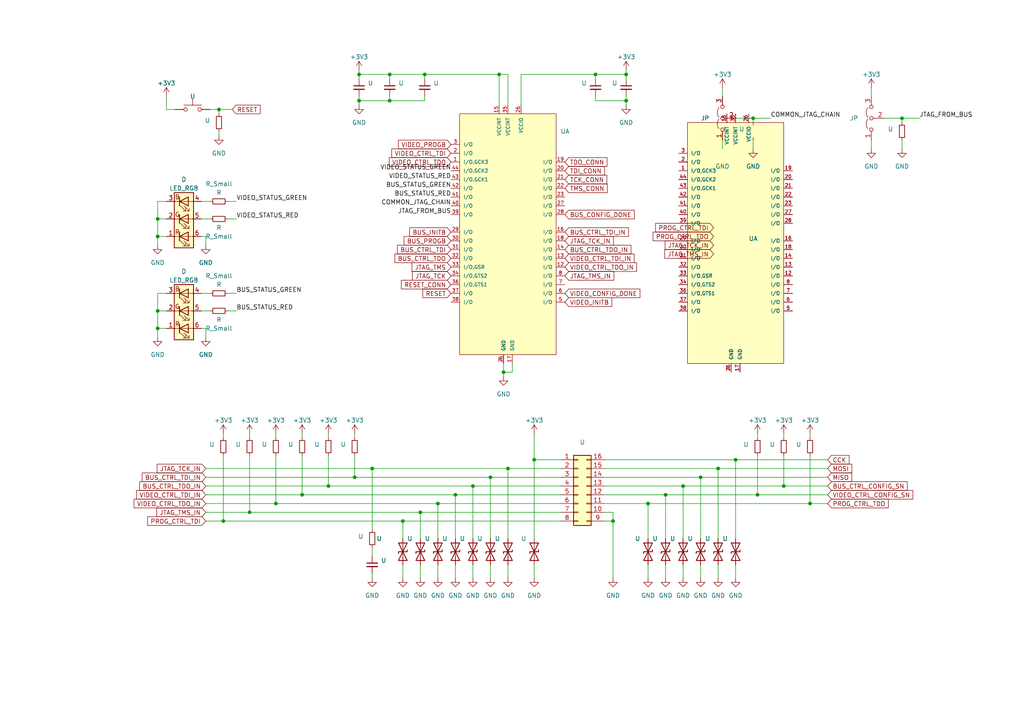
<source format=kicad_sch>
(kicad_sch (version 20220404) (generator eeschema)
  (paper "A4")
  (title_block (title "Programming interface") (date "2022-03-22") (rev "1"))
  (lib_symbols
    (symbol "Connector_Generic:Conn_02x08_Counter_Clockwise" (pin_names (offset 1.016) hide)
      (property "Reference" "J" (at 1.27 10.16 0))
      (property "Value" "Conn_02x08_Counter_Clockwise" (at 1.27 -12.7 0))
      (symbol "Conn_02x08_Counter_Clockwise_1_1"
        (rectangle (start -1.27 -10.033) (end 0 -10.287) (stroke (width 0.1524)))
        (rectangle (start -1.27 -7.493) (end 0 -7.747) (stroke (width 0.1524)))
        (rectangle (start -1.27 -4.953) (end 0 -5.207) (stroke (width 0.1524)))
        (rectangle (start -1.27 -2.413) (end 0 -2.667) (stroke (width 0.1524)))
        (rectangle (start -1.27 0.127) (end 0 -0.127) (stroke (width 0.1524)))
        (rectangle (start -1.27 2.667) (end 0 2.413) (stroke (width 0.1524)))
        (rectangle (start -1.27 5.207) (end 0 4.953) (stroke (width 0.1524)))
        (rectangle (start -1.27 7.747) (end 0 7.493) (stroke (width 0.1524)))
        (rectangle (start -1.27 8.89) (end 3.81 -11.43) (stroke (width 0.254)) (fill (type background)))
        (rectangle (start 3.81 -10.033) (end 2.54 -10.287) (stroke (width 0.1524)))
        (rectangle (start 3.81 -7.493) (end 2.54 -7.747) (stroke (width 0.1524)))
        (rectangle (start 3.81 -4.953) (end 2.54 -5.207) (stroke (width 0.1524)))
        (rectangle (start 3.81 -2.413) (end 2.54 -2.667) (stroke (width 0.1524)))
        (rectangle (start 3.81 0.127) (end 2.54 -0.127) (stroke (width 0.1524)))
        (rectangle (start 3.81 2.667) (end 2.54 2.413) (stroke (width 0.1524)))
        (rectangle (start 3.81 5.207) (end 2.54 4.953) (stroke (width 0.1524)))
        (rectangle (start 3.81 7.747) (end 2.54 7.493) (stroke (width 0.1524)))
        (pin passive line (at -5.08 7.62 0) (length 3.81) (name "Pin_1") (number "1"))
        (pin passive line (at 7.62 -7.62 180) (length 3.81) (name "Pin_10") (number "10"))
        (pin passive line (at 7.62 -5.08 180) (length 3.81) (name "Pin_11") (number "11"))
        (pin passive line (at 7.62 -2.54 180) (length 3.81) (name "Pin_12") (number "12"))
        (pin passive line (at 7.62 0 180) (length 3.81) (name "Pin_13") (number "13"))
        (pin passive line (at 7.62 2.54 180) (length 3.81) (name "Pin_14") (number "14"))
        (pin passive line (at 7.62 5.08 180) (length 3.81) (name "Pin_15") (number "15"))
        (pin passive line (at 7.62 7.62 180) (length 3.81) (name "Pin_16") (number "16"))
        (pin passive line (at -5.08 5.08 0) (length 3.81) (name "Pin_2") (number "2"))
        (pin passive line (at -5.08 2.54 0) (length 3.81) (name "Pin_3") (number "3"))
        (pin passive line (at -5.08 0 0) (length 3.81) (name "Pin_4") (number "4"))
        (pin passive line (at -5.08 -2.54 0) (length 3.81) (name "Pin_5") (number "5"))
        (pin passive line (at -5.08 -5.08 0) (length 3.81) (name "Pin_6") (number "6"))
        (pin passive line (at -5.08 -7.62 0) (length 3.81) (name "Pin_7") (number "7"))
        (pin passive line (at -5.08 -10.16 0) (length 3.81) (name "Pin_8") (number "8"))
        (pin passive line (at 7.62 -10.16 180) (length 3.81) (name "Pin_9") (number "9"))
      )
    )
    (symbol "Device:C_Small" (pin_numbers hide) (pin_names (offset 0.254) hide)
      (property "Reference" "C" (at 0.254 1.778 0))
      (property "Value" "C_Small" (at 0.254 -2.032 0))
      (symbol "C_Small_0_1"
        (polyline (pts (xy -1.524 -0.508) (xy 1.524 -0.508)) (stroke (width 0.3302)))
        (polyline (pts (xy -1.524 0.508) (xy 1.524 0.508)) (stroke (width 0.3048)))
      )
      (symbol "C_Small_1_1"
        (pin passive line (at 0 2.54 270) (length 2.032) (name "~") (number "1"))
        (pin passive line (at 0 -2.54 90) (length 2.032) (name "~") (number "2"))
      )
    )
    (symbol "Device:D_TVS" (pin_numbers hide) (pin_names (offset 1.016) hide)
      (property "Reference" "D" (at 0 2.54 0))
      (property "Value" "D_TVS" (at 0 -2.54 0))
      (symbol "D_TVS_0_1"
        (polyline (pts (xy 1.27 0) (xy -1.27 0)))
        (polyline (pts (xy 0.508 1.27) (xy 0 1.27) (xy 0 -1.27) (xy -0.508 -1.27)) (stroke (width 0.254)))
        (polyline (pts (xy -2.54 1.27) (xy -2.54 -1.27) (xy 2.54 1.27) (xy 2.54 -1.27) (xy -2.54 1.27)) (stroke (width 0.254)))
      )
      (symbol "D_TVS_1_1"
        (pin passive line (at -3.81 0 0) (length 2.54) (name "A1") (number "1"))
        (pin passive line (at 3.81 0 180) (length 2.54) (name "A2") (number "2"))
      )
    )
    (symbol "Device:LED_RGB" (pin_names (offset 0) hide)
      (property "Reference" "D" (at 0 9.398 0))
      (property "Value" "LED_RGB" (at 0 -8.89 0))
      (symbol "LED_RGB_0_0"
        (text "B" (at -1.905 -6.35 0) (effects (font (size 1.27 1.27))))
        (text "G" (at -1.905 -1.27 0) (effects (font (size 1.27 1.27))))
        (text "R" (at -1.905 3.81 0) (effects (font (size 1.27 1.27))))
      )
      (symbol "LED_RGB_0_1"
        (polyline (pts (xy -1.27 -5.08) (xy -2.54 -5.08)))
        (polyline (pts (xy -1.27 -5.08) (xy 1.27 -5.08)))
        (polyline (pts (xy -1.27 -3.81) (xy -1.27 -6.35)) (stroke (width 0.254)))
        (polyline (pts (xy -1.27 0) (xy -2.54 0)))
        (polyline (pts (xy -1.27 1.27) (xy -1.27 -1.27)) (stroke (width 0.254)))
        (polyline (pts (xy -1.27 5.08) (xy -2.54 5.08)))
        (polyline (pts (xy -1.27 5.08) (xy 1.27 5.08)))
        (polyline (pts (xy -1.27 6.35) (xy -1.27 3.81)) (stroke (width 0.254)))
        (polyline (pts (xy 1.27 -5.08) (xy 2.54 -5.08)))
        (polyline (pts (xy 1.27 0) (xy -1.27 0)))
        (polyline (pts (xy 1.27 0) (xy 2.54 0)))
        (polyline (pts (xy 1.27 5.08) (xy 2.54 5.08)))
        (polyline (pts (xy -1.27 1.27) (xy -1.27 -1.27) (xy -1.27 -1.27)))
        (polyline (pts (xy -1.27 6.35) (xy -1.27 3.81) (xy -1.27 3.81)))
        (polyline (pts (xy 1.27 -3.81) (xy 1.27 -6.35) (xy -1.27 -5.08) (xy 1.27 -3.81)) (stroke (width 0.254)))
        (polyline (pts (xy 1.27 1.27) (xy 1.27 -1.27) (xy -1.27 0) (xy 1.27 1.27)) (stroke (width 0.254)))
        (polyline (pts (xy 1.27 6.35) (xy 1.27 3.81) (xy -1.27 5.08) (xy 1.27 6.35)) (stroke (width 0.254)))
        (polyline (pts (xy -1.016 -3.81) (xy 0.508 -2.286) (xy -0.254 -2.286) (xy 0.508 -2.286) (xy 0.508 -3.048)))
        (polyline (pts (xy -1.016 1.27) (xy 0.508 2.794) (xy -0.254 2.794) (xy 0.508 2.794) (xy 0.508 2.032)))
        (polyline (pts (xy -1.016 6.35) (xy 0.508 7.874) (xy -0.254 7.874) (xy 0.508 7.874) (xy 0.508 7.112)))
        (polyline (pts (xy 0 -3.81) (xy 1.524 -2.286) (xy 0.762 -2.286) (xy 1.524 -2.286) (xy 1.524 -3.048)))
        (polyline (pts (xy 0 1.27) (xy 1.524 2.794) (xy 0.762 2.794) (xy 1.524 2.794) (xy 1.524 2.032)))
        (polyline (pts (xy 0 6.35) (xy 1.524 7.874) (xy 0.762 7.874) (xy 1.524 7.874) (xy 1.524 7.112)))
        (rectangle (start 1.27 -1.27) (end 1.27 1.27))
        (rectangle (start 1.27 1.27) (end 1.27 1.27))
        (rectangle (start 1.27 3.81) (end 1.27 6.35))
        (rectangle (start 1.27 6.35) (end 1.27 6.35))
        (rectangle (start 2.794 8.382) (end -2.794 -7.62) (stroke (width 0.254)) (fill (type background)))
      )
      (symbol "LED_RGB_1_1"
        (pin passive line (at -5.08 5.08 0) (length 2.54) (name "RK") (number "1"))
        (pin passive line (at -5.08 0 0) (length 2.54) (name "GK") (number "2"))
        (pin passive line (at -5.08 -5.08 0) (length 2.54) (name "BK") (number "3"))
        (pin passive line (at 5.08 -5.08 180) (length 2.54) (name "BA") (number "4"))
        (pin passive line (at 5.08 0 180) (length 2.54) (name "GA") (number "5"))
        (pin passive line (at 5.08 5.08 180) (length 2.54) (name "RA") (number "6"))
      )
    )
    (symbol "Device:R_Small" (pin_numbers hide) (pin_names (offset 0.254) hide)
      (property "Reference" "R" (at 0.762 0.508 0))
      (property "Value" "R_Small" (at 0.762 -1.016 0))
      (symbol "R_Small_0_1"
        (rectangle (start -0.762 1.778) (end 0.762 -1.778) (stroke (width 0.2032)))
      )
      (symbol "R_Small_1_1"
        (pin passive line (at 0 2.54 270) (length 0.762) (name "~") (number "1"))
        (pin passive line (at 0 -2.54 90) (length 0.762) (name "~") (number "2"))
      )
    )
    (symbol "Jumper:Jumper_3_Open" (pin_names (offset 0) hide)
      (property "Reference" "JP" (at -2.54 -2.54 0))
      (property "Value" "Jumper_3_Open" (at 0 2.794 0))
      (symbol "Jumper_3_Open_0_0"
        (circle (center -3.302 0) (radius 0.508))
        (circle (center 0 0) (radius 0.508))
        (circle (center 3.302 0) (radius 0.508))
      )
      (symbol "Jumper_3_Open_0_1"
        (arc (start -0.254 1.016) (mid -1.651 1.4992) (end -3.048 1.016))
        (polyline (pts (xy 0 -0.508) (xy 0 -1.27)))
        (arc (start 3.048 1.016) (mid 1.651 1.4992) (end 0.254 1.016))
      )
      (symbol "Jumper_3_Open_1_1"
        (pin passive line (at -6.35 0 0) (length 2.54) (name "A") (number "1"))
        (pin passive line (at 0 -3.81 90) (length 2.54) (name "C") (number "2"))
        (pin passive line (at 6.35 0 180) (length 2.54) (name "B") (number "3"))
      )
    )
    (symbol "Switch:SW_Push" (pin_numbers hide) (pin_names (offset 1.016) hide)
      (property "Reference" "SW" (at 1.27 2.54 0))
      (property "Value" "SW_Push" (at 0 -1.524 0))
      (symbol "SW_Push_0_1"
        (circle (center -2.032 0) (radius 0.508))
        (polyline (pts (xy 0 1.27) (xy 0 3.048)))
        (polyline (pts (xy 2.54 1.27) (xy -2.54 1.27)))
        (circle (center 2.032 0) (radius 0.508))
        (pin passive line (at -5.08 0 0) (length 2.54) (name "1") (number "1"))
        (pin passive line (at 5.08 0 180) (length 2.54) (name "2") (number "2"))
      )
    )
    (symbol "XC9572XL-4VQG44C:XC9572XL-10VQG44C" (pin_names (offset 1.016))
      (property "Reference" "U" (at -72.39 31.75 0))
      (property "Value" "XC9572XL-10VQG44C" (at -72.39 34.29 0))
      (symbol "XC9572XL-10VQG44C_1_1"
        (rectangle (start -13.97 34.29) (end 13.97 -35.56) (fill (type background)))
        (pin bidirectional line (at -16.51 20.32 0) (length 2.54) (name "I/O,GCK3") (number "1"))
        (pin bidirectional line (at 16.51 -10.16 180) (length 2.54) (name "I/O") (number "12"))
        (pin bidirectional line (at 16.51 -7.62 180) (length 2.54) (name "I/O") (number "13"))
        (pin bidirectional line (at 16.51 -5.08 180) (length 2.54) (name "I/O") (number "14"))
        (pin power_in line (at -2.54 36.83 270) (length 2.54) (name "VCCINT") (number "15"))
        (pin bidirectional line (at 16.51 0 180) (length 2.54) (name "I/O") (number "16"))
        (pin power_in line (at 1.27 -38.1 90) (length 2.54) (name "GND") (number "17"))
        (pin bidirectional line (at 16.51 -2.54 180) (length 2.54) (name "I/O") (number "18"))
        (pin bidirectional line (at 16.51 20.32 180) (length 2.54) (name "I/O") (number "19"))
        (pin bidirectional line (at -16.51 22.86 0) (length 2.54) (name "I/O") (number "2"))
        (pin bidirectional line (at 16.51 17.78 180) (length 2.54) (name "I/O") (number "20"))
        (pin bidirectional line (at 16.51 15.24 180) (length 2.54) (name "I/O") (number "21"))
        (pin bidirectional line (at 16.51 12.7 180) (length 2.54) (name "I/O") (number "22"))
        (pin bidirectional line (at 16.51 10.16 180) (length 2.54) (name "I/O") (number "23"))
        (pin power_in line (at -1.27 -38.1 90) (length 2.54) (name "GND") (number "25"))
        (pin power_in line (at 3.81 36.83 270) (length 2.54) (name "VCCIO") (number "26"))
        (pin bidirectional line (at 16.51 7.62 180) (length 2.54) (name "I/O") (number "27"))
        (pin bidirectional line (at 16.51 5.08 180) (length 2.54) (name "I/O") (number "28"))
        (pin bidirectional line (at -16.51 0 0) (length 2.54) (name "I/O") (number "29"))
        (pin bidirectional line (at -16.51 25.4 0) (length 2.54) (name "I/O") (number "3"))
        (pin bidirectional line (at -16.51 -2.54 0) (length 2.54) (name "I/O") (number "30"))
        (pin bidirectional line (at -16.51 -5.08 0) (length 2.54) (name "I/O") (number "31"))
        (pin bidirectional line (at -16.51 -7.62 0) (length 2.54) (name "I/O") (number "32"))
        (pin bidirectional line (at -16.51 -10.16 0) (length 2.54) (name "I/O,GSR") (number "33"))
        (pin bidirectional line (at -16.51 -12.7 0) (length 2.54) (name "I/O,GTS2") (number "34"))
        (pin power_in line (at 0 36.83 270) (length 2.54) (name "VCCINT") (number "35"))
        (pin bidirectional line (at -16.51 -15.24 0) (length 2.54) (name "I/O,GTS1") (number "36"))
        (pin bidirectional line (at -16.51 -17.78 0) (length 2.54) (name "I/O") (number "37"))
        (pin bidirectional line (at -16.51 -20.32 0) (length 2.54) (name "I/O") (number "38"))
        (pin bidirectional line (at -16.51 5.08 0) (length 2.54) (name "I/O") (number "39"))
        (pin power_in line (at -1.27 -38.1 90) (length 2.54) (name "GND") (number "4"))
        (pin bidirectional line (at -16.51 7.62 0) (length 2.54) (name "I/O") (number "40"))
        (pin bidirectional line (at -16.51 10.16 0) (length 2.54) (name "I/O") (number "41"))
        (pin bidirectional line (at -16.51 12.7 0) (length 2.54) (name "I/O") (number "42"))
        (pin bidirectional line (at -16.51 15.24 0) (length 2.54) (name "I/O,GCK1") (number "43"))
        (pin bidirectional line (at -16.51 17.78 0) (length 2.54) (name "I/O,GCK2") (number "44"))
        (pin bidirectional line (at 16.51 -20.32 180) (length 2.54) (name "I/O") (number "5"))
        (pin bidirectional line (at 16.51 -17.78 180) (length 2.54) (name "I/O") (number "6"))
        (pin bidirectional line (at 16.51 -15.24 180) (length 2.54) (name "I/O") (number "7"))
        (pin bidirectional line (at 16.51 -12.7 180) (length 2.54) (name "I/O") (number "8"))
      )
      (symbol "XC9572XL-10VQG44C_2_1"
        (rectangle (start -3.81 6.35) (end 2.54 -6.35) (stroke (width 0.1524)) (fill (type background)))
        (pin input line (at -6.35 -3.81 0) (length 2.54) (name "TMS") (number "10"))
        (pin input clock (at -6.35 -1.27 0) (length 2.54) (name "TCK") (number "11"))
        (pin output line (at -6.35 1.27 0) (length 2.54) (name "TDO") (number "24"))
        (pin input line (at -6.35 3.81 0) (length 2.54) (name "TDI") (number "9"))
      )
    )
    (symbol "power:+3V3" (power) (pin_names (offset 0))
      (property "Value" "+3V3" (at 0 3.556 0))
      (symbol "+3V3_0_1"
        (polyline (pts (xy -0.762 1.27) (xy 0 2.54)))
        (polyline (pts (xy 0 0) (xy 0 2.54)))
        (polyline (pts (xy 0 2.54) (xy 0.762 1.27)))
      )
      (symbol "+3V3_1_1"
        (pin power_in line (at 0 0 90) (length 0) hide (name "+3V3") (number "1"))
      )
    )
    (symbol "power:GND" (power) (pin_names (offset 0))
      (property "Value" "GND" (at 0 -3.81 0))
      (symbol "GND_0_1"
        (polyline (pts (xy 0 0) (xy 0 -1.27) (xy 1.27 -1.27) (xy 0 -2.54) (xy -1.27 -1.27) (xy 0 -1.27)))
      )
      (symbol "GND_1_1"
        (pin power_in line (at 0 0 270) (length 0) hide (name "GND") (number "1"))
      )
    )
  )
  (junction (at 187.96 146.05))
  (junction (at 234.95 146.05))
  (junction (at 123.19 21.59))
  (junction (at 172.72 21.59))
  (junction (at 45.72 90.17))
  (junction (at 113.03 21.59))
  (junction (at 107.95 135.89))
  (junction (at 137.16 140.97))
  (junction (at 181.61 21.59))
  (junction (at 208.28 135.89))
  (junction (at 102.87 138.43))
  (junction (at 181.61 29.21))
  (junction (at 132.08 143.51))
  (junction (at 154.94 133.35))
  (junction (at 261.62 34.29))
  (junction (at 147.32 135.89))
  (junction (at 144.78 21.59))
  (junction (at 104.14 29.21))
  (junction (at 113.03 29.21))
  (junction (at 63.5 31.75))
  (junction (at 80.01 146.05))
  (junction (at 219.71 143.51))
  (junction (at 218.44 34.29))
  (junction (at 177.8 151.13))
  (junction (at 95.25 140.97))
  (junction (at 45.72 63.5))
  (junction (at 198.12 140.97))
  (junction (at 116.84 151.13))
  (junction (at 87.63 143.51))
  (junction (at 104.14 21.59))
  (junction (at 193.04 143.51))
  (junction (at 64.77 151.13))
  (junction (at 127 146.05))
  (junction (at 72.39 148.59))
  (junction (at 146.05 107.95))
  (junction (at 213.36 133.35))
  (junction (at 45.72 68.58))
  (junction (at 121.92 148.59))
  (junction (at 203.2 138.43))
  (junction (at 227.33 140.97))
  (junction (at 45.72 95.25))
  (junction (at 142.24 138.43))
  (wire (pts (xy 64.77 132.08) (xy 64.77 151.13)))
  (wire (pts (xy 127 146.05) (xy 127 156.21)))
  (wire (pts (xy 193.04 163.83) (xy 193.04 167.64)))
  (wire (pts (xy 66.04 63.5) (xy 68.58 63.5)))
  (wire (pts (xy 144.78 21.59) (xy 123.19 21.59)))
  (wire (pts (xy 187.96 146.05) (xy 234.95 146.05)))
  (wire (pts (xy 142.24 138.43) (xy 142.24 156.21)))
  (wire (pts (xy 59.69 151.13) (xy 64.77 151.13)))
  (wire (pts (xy 208.28 135.89) (xy 175.26 135.89)))
  (wire (pts (xy 121.92 148.59) (xy 162.56 148.59)))
  (wire (pts (xy 147.32 135.89) (xy 147.32 156.21)))
  (wire (pts (xy 66.04 85.09) (xy 68.58 85.09)))
  (wire (pts (xy 256.54 34.29) (xy 261.62 34.29)))
  (wire (pts (xy 151.13 21.59) (xy 172.72 21.59)))
  (wire (pts (xy 234.95 132.08) (xy 234.95 146.05)))
  (wire (pts (xy 45.72 95.25) (xy 48.26 95.25)))
  (wire (pts (xy 107.95 166.37) (xy 107.95 167.64)))
  (wire (pts (xy 147.32 135.89) (xy 162.56 135.89)))
  (wire (pts (xy 102.87 138.43) (xy 142.24 138.43)))
  (wire (pts (xy 227.33 132.08) (xy 227.33 140.97)))
  (wire (pts (xy 113.03 21.59) (xy 104.14 21.59)))
  (wire (pts (xy 104.14 20.32) (xy 104.14 21.59)))
  (wire (pts (xy 177.8 151.13) (xy 177.8 167.64)))
  (wire (pts (xy 137.16 140.97) (xy 162.56 140.97)))
  (wire (pts (xy 59.69 68.58) (xy 58.42 68.58)))
  (wire (pts (xy 59.69 146.05) (xy 80.01 146.05)))
  (wire (pts (xy 142.24 163.83) (xy 142.24 167.64)))
  (wire (pts (xy 113.03 29.21) (xy 123.19 29.21)))
  (wire (pts (xy 102.87 132.08) (xy 102.87 138.43)))
  (wire (pts (xy 63.5 38.1) (xy 63.5 39.37)))
  (wire (pts (xy 104.14 21.59) (xy 104.14 22.86)))
  (wire (pts (xy 80.01 125.73) (xy 80.01 127)))
  (wire (pts (xy 175.26 138.43) (xy 203.2 138.43)))
  (wire (pts (xy 45.72 68.58) (xy 48.26 68.58)))
  (wire (pts (xy 59.69 97.79) (xy 59.69 95.25)))
  (wire (pts (xy 45.72 90.17) (xy 48.26 90.17)))
  (wire (pts (xy 223.52 34.29) (xy 218.44 34.29)))
  (wire (pts (xy 102.87 125.73) (xy 102.87 127)))
  (wire (pts (xy 209.55 40.64) (xy 209.55 43.18)))
  (wire (pts (xy 175.26 133.35) (xy 213.36 133.35)))
  (wire (pts (xy 113.03 27.94) (xy 113.03 29.21)))
  (wire (pts (xy 127 146.05) (xy 162.56 146.05)))
  (wire (pts (xy 58.42 90.17) (xy 60.96 90.17)))
  (wire (pts (xy 154.94 125.73) (xy 154.94 133.35)))
  (wire (pts (xy 127 163.83) (xy 127 167.64)))
  (wire (pts (xy 45.72 95.25) (xy 45.72 90.17)))
  (wire (pts (xy 234.95 125.73) (xy 234.95 127)))
  (wire (pts (xy 64.77 125.73) (xy 64.77 127)))
  (wire (pts (xy 64.77 151.13) (xy 116.84 151.13)))
  (wire (pts (xy 45.72 71.12) (xy 45.72 68.58)))
  (wire (pts (xy 72.39 132.08) (xy 72.39 148.59)))
  (wire (pts (xy 175.26 146.05) (xy 187.96 146.05)))
  (wire (pts (xy 193.04 143.51) (xy 219.71 143.51)))
  (wire (pts (xy 95.25 140.97) (xy 137.16 140.97)))
  (wire (pts (xy 240.03 135.89) (xy 208.28 135.89)))
  (wire (pts (xy 48.26 27.94) (xy 48.26 31.75)))
  (wire (pts (xy 45.72 63.5) (xy 45.72 58.42)))
  (wire (pts (xy 181.61 21.59) (xy 181.61 22.86)))
  (wire (pts (xy 181.61 20.32) (xy 181.61 21.59)))
  (wire (pts (xy 95.25 132.08) (xy 95.25 140.97)))
  (wire (pts (xy 123.19 21.59) (xy 113.03 21.59)))
  (wire (pts (xy 181.61 27.94) (xy 181.61 29.21)))
  (wire (pts (xy 151.13 30.48) (xy 151.13 21.59)))
  (wire (pts (xy 66.04 58.42) (xy 68.58 58.42)))
  (wire (pts (xy 121.92 163.83) (xy 121.92 167.64)))
  (wire (pts (xy 213.36 133.35) (xy 213.36 156.21)))
  (wire (pts (xy 266.7 34.29) (xy 261.62 34.29)))
  (wire (pts (xy 252.73 25.4) (xy 252.73 27.94)))
  (wire (pts (xy 80.01 132.08) (xy 80.01 146.05)))
  (wire (pts (xy 72.39 148.59) (xy 121.92 148.59)))
  (wire (pts (xy 252.73 40.64) (xy 252.73 43.18)))
  (wire (pts (xy 146.05 107.95) (xy 148.59 107.95)))
  (wire (pts (xy 87.63 143.51) (xy 132.08 143.51)))
  (wire (pts (xy 146.05 107.95) (xy 146.05 109.22)))
  (wire (pts (xy 59.69 143.51) (xy 87.63 143.51)))
  (wire (pts (xy 72.39 125.73) (xy 72.39 127)))
  (wire (pts (xy 45.72 63.5) (xy 48.26 63.5)))
  (wire (pts (xy 172.72 27.94) (xy 172.72 29.21)))
  (wire (pts (xy 227.33 125.73) (xy 227.33 127)))
  (wire (pts (xy 60.96 31.75) (xy 63.5 31.75)))
  (wire (pts (xy 45.72 85.09) (xy 48.26 85.09)))
  (wire (pts (xy 213.36 163.83) (xy 213.36 167.64)))
  (wire (pts (xy 132.08 143.51) (xy 162.56 143.51)))
  (wire (pts (xy 142.24 138.43) (xy 162.56 138.43)))
  (wire (pts (xy 107.95 135.89) (xy 147.32 135.89)))
  (wire (pts (xy 175.26 148.59) (xy 177.8 148.59)))
  (wire (pts (xy 146.05 105.41) (xy 146.05 107.95)))
  (wire (pts (xy 227.33 140.97) (xy 240.03 140.97)))
  (wire (pts (xy 154.94 133.35) (xy 162.56 133.35)))
  (wire (pts (xy 59.69 148.59) (xy 72.39 148.59)))
  (wire (pts (xy 104.14 27.94) (xy 104.14 29.21)))
  (wire (pts (xy 80.01 146.05) (xy 127 146.05)))
  (wire (pts (xy 59.69 140.97) (xy 95.25 140.97)))
  (wire (pts (xy 104.14 29.21) (xy 113.03 29.21)))
  (wire (pts (xy 240.03 138.43) (xy 203.2 138.43)))
  (wire (pts (xy 203.2 163.83) (xy 203.2 167.64)))
  (wire (pts (xy 261.62 34.29) (xy 261.62 35.56)))
  (wire (pts (xy 177.8 148.59) (xy 177.8 151.13)))
  (wire (pts (xy 172.72 21.59) (xy 172.72 22.86)))
  (wire (pts (xy 175.26 151.13) (xy 177.8 151.13)))
  (wire (pts (xy 113.03 21.59) (xy 113.03 22.86)))
  (wire (pts (xy 147.32 163.83) (xy 147.32 167.64)))
  (wire (pts (xy 58.42 85.09) (xy 60.96 85.09)))
  (wire (pts (xy 234.95 146.05) (xy 240.03 146.05)))
  (wire (pts (xy 137.16 163.83) (xy 137.16 167.64)))
  (wire (pts (xy 261.62 40.64) (xy 261.62 43.18)))
  (wire (pts (xy 198.12 140.97) (xy 198.12 156.21)))
  (wire (pts (xy 123.19 21.59) (xy 123.19 22.86)))
  (wire (pts (xy 45.72 58.42) (xy 48.26 58.42)))
  (wire (pts (xy 63.5 31.75) (xy 67.31 31.75)))
  (wire (pts (xy 48.26 31.75) (xy 50.8 31.75)))
  (wire (pts (xy 63.5 33.02) (xy 63.5 31.75)))
  (wire (pts (xy 137.16 140.97) (xy 137.16 156.21)))
  (wire (pts (xy 218.44 40.64) (xy 218.44 43.18)))
  (wire (pts (xy 45.72 68.58) (xy 45.72 63.5)))
  (wire (pts (xy 45.72 97.79) (xy 45.72 95.25)))
  (wire (pts (xy 172.72 21.59) (xy 181.61 21.59)))
  (wire (pts (xy 213.36 34.29) (xy 218.44 34.29)))
  (wire (pts (xy 209.55 25.4) (xy 209.55 27.94)))
  (wire (pts (xy 132.08 143.51) (xy 132.08 156.21)))
  (wire (pts (xy 175.26 140.97) (xy 198.12 140.97)))
  (wire (pts (xy 147.32 30.48) (xy 147.32 21.59)))
  (wire (pts (xy 87.63 125.73) (xy 87.63 127)))
  (wire (pts (xy 59.69 71.12) (xy 59.69 68.58)))
  (wire (pts (xy 218.44 34.29) (xy 218.44 35.56)))
  (wire (pts (xy 59.69 95.25) (xy 58.42 95.25)))
  (wire (pts (xy 213.36 133.35) (xy 240.03 133.35)))
  (wire (pts (xy 116.84 156.21) (xy 116.84 151.13)))
  (wire (pts (xy 219.71 125.73) (xy 219.71 127)))
  (wire (pts (xy 175.26 143.51) (xy 193.04 143.51)))
  (wire (pts (xy 45.72 90.17) (xy 45.72 85.09)))
  (wire (pts (xy 107.95 158.75) (xy 107.95 161.29)))
  (wire (pts (xy 121.92 148.59) (xy 121.92 156.21)))
  (wire (pts (xy 95.25 125.73) (xy 95.25 127)))
  (wire (pts (xy 59.69 135.89) (xy 107.95 135.89)))
  (wire (pts (xy 147.32 21.59) (xy 144.78 21.59)))
  (wire (pts (xy 107.95 135.89) (xy 107.95 153.67)))
  (wire (pts (xy 59.69 138.43) (xy 102.87 138.43)))
  (wire (pts (xy 104.14 29.21) (xy 104.14 30.48)))
  (wire (pts (xy 58.42 63.5) (xy 60.96 63.5)))
  (wire (pts (xy 87.63 132.08) (xy 87.63 143.51)))
  (wire (pts (xy 58.42 58.42) (xy 60.96 58.42)))
  (wire (pts (xy 154.94 133.35) (xy 154.94 156.21)))
  (wire (pts (xy 198.12 140.97) (xy 227.33 140.97)))
  (wire (pts (xy 187.96 146.05) (xy 187.96 156.21)))
  (wire (pts (xy 219.71 143.51) (xy 240.03 143.51)))
  (wire (pts (xy 172.72 29.21) (xy 181.61 29.21)))
  (wire (pts (xy 193.04 143.51) (xy 193.04 156.21)))
  (wire (pts (xy 219.71 132.08) (xy 219.71 143.51)))
  (wire (pts (xy 116.84 151.13) (xy 162.56 151.13)))
  (wire (pts (xy 154.94 163.83) (xy 154.94 167.64)))
  (wire (pts (xy 181.61 29.21) (xy 181.61 30.48)))
  (wire (pts (xy 203.2 138.43) (xy 203.2 156.21)))
  (wire (pts (xy 144.78 30.48) (xy 144.78 21.59)))
  (wire (pts (xy 208.28 163.83) (xy 208.28 167.64)))
  (wire (pts (xy 123.19 27.94) (xy 123.19 29.21)))
  (wire (pts (xy 208.28 135.89) (xy 208.28 156.21)))
  (wire (pts (xy 116.84 163.83) (xy 116.84 167.64)))
  (wire (pts (xy 198.12 163.83) (xy 198.12 167.64)))
  (wire (pts (xy 148.59 105.41) (xy 148.59 107.95)))
  (wire (pts (xy 66.04 90.17) (xy 68.58 90.17)))
  (wire (pts (xy 132.08 163.83) (xy 132.08 167.64)))
  (wire (pts (xy 187.96 163.83) (xy 187.96 167.64)))
  (label "VIDEO_STATUS_GREEN" (at 68.58 58.42 0))
  (label "BUS_STATUS_RED" (at 130.81 57.15 0))
  (label "JTAG_FROM_BUS" (at 130.81 62.23 0))
  (label "BUS_STATUS_GREEN" (at 68.58 85.09 0))
  (label "BUS_STATUS_RED" (at 68.58 90.17 0))
  (label "COMMON_JTAG_CHAIN" (at 130.81 59.69 0))
  (label "BUS_STATUS_GREEN" (at 130.81 54.61 0))
  (label "COMMON_JTAG_CHAIN" (at 223.52 34.29 0))
  (label "VIDEO_STATUS_RED" (at 130.81 52.07 0))
  (label "JTAG_FROM_BUS" (at 266.7 34.29 0))
  (label "VIDEO_STATUS_GREEN" (at 130.81 49.53 0))
  (label "VIDEO_STATUS_RED" (at 68.58 63.5 0))
  (global_label "VIDEO_CTRL_TDI" (shape input) (at 130.81 44.45 180) (property "Intersheetrefs" "${INTERSHEET_REFS}" (at 113.2117 44.45 0) (effects (justify right))))
  (global_label "BUS_CONFIG_DONE" (shape input) (at 163.83 62.23 0) (property "Intersheet References" "${INTERSHEET_REFS}" (at 176.1612 62.3094 0) (effects (justify left))))
  (global_label "PROG_CTRL_TDI" (shape input) (at 59.69 151.13 180) (property "Intersheetrefs" "${INTERSHEET_REFS}" (at 42.3941 151.13 0) (effects (justify right))))
  (global_label "VIDEO_CTRL_TDI_IN" (shape input) (at 163.83 74.93 0) (property "Intersheetrefs" "${INTERSHEET_REFS}" (at 184.3312 74.93 0) (effects (justify left))))
  (global_label "JTAG_TMS_IN" (shape input) (at 207.01 73.66 180) (property "Intersheetrefs" "${INTERSHEET_REFS}" (at 192.3751 73.66 0) (effects (justify right))))
  (global_label "BUS_CTRL_TDI_IN" (shape input) (at 59.69 138.43 180) (property "Intersheetrefs" "${INTERSHEET_REFS}" (at 40.8217 138.43 0) (effects (justify right))))
  (global_label "VIDEO_CTRL_TDO_IN" (shape input) (at 59.69 146.05 180) (property "Intersheetrefs" "${INTERSHEET_REFS}" (at 38.4631 146.05 0) (effects (justify right))))
  (global_label "BUS_CTRL_TDO_IN" (shape input) (at 163.83 72.39 0) (property "Intersheetrefs" "${INTERSHEET_REFS}" (at 183.424 72.39 0) (effects (justify left))))
  (global_label "VIDEO_PROGB" (shape input) (at 130.81 41.91 180) (property "Intersheetrefs" "${INTERSHEET_REFS}" (at 115.1469 41.91 0) (effects (justify right))))
  (global_label "VIDEO_CTRL_CONFIG_SN" (shape input) (at 240.03 143.51 0) (property "Intersheetrefs" "${INTERSHEET_REFS}" (at 265.1879 143.51 0) (effects (justify left))))
  (global_label "VIDEO_INITB" (shape input) (at 163.83 87.63 0) (property "Intersheetrefs" "${INTERSHEET_REFS}" (at 177.8603 87.63 0) (effects (justify left))))
  (global_label "VIDEO_CTRL_TDI_IN" (shape input) (at 59.69 143.51 180) (property "Intersheetrefs" "${INTERSHEET_REFS}" (at 39.1888 143.51 0) (effects (justify right))))
  (global_label "RESET" (shape input) (at 67.31 31.75 0) (property "Intersheetrefs" "${INTERSHEET_REFS}" (at 75.8972 31.75 0) (effects (justify left))))
  (global_label "BUS_CTRL_TDI" (shape input) (at 130.81 72.39 180) (property "Intersheetrefs" "${INTERSHEET_REFS}" (at 114.8446 72.39 0) (effects (justify right))))
  (global_label "TDI_CONN" (shape input) (at 163.83 49.53 0) (property "Intersheet References" "${INTERSHEET_REFS}" (at 176.1612 49.4506 0) (effects (justify left))))
  (global_label "JTAG_TMS_IN" (shape input) (at 59.69 148.59 180) (property "Intersheetrefs" "${INTERSHEET_REFS}" (at 45.0551 148.59 0) (effects (justify right))))
  (global_label "JTAG_TCK" (shape input) (at 130.81 80.01 180) (property "Intersheetrefs" "${INTERSHEET_REFS}" (at 119.1989 80.01 0) (effects (justify right))))
  (global_label "BUS_CTRL_TDI_IN" (shape input) (at 163.83 67.31 0) (property "Intersheetrefs" "${INTERSHEET_REFS}" (at 182.6983 67.31 0) (effects (justify left))))
  (global_label "CCK" (shape input) (at 240.03 133.35 0) (property "Intersheetrefs" "${INTERSHEET_REFS}" (at 246.6821 133.35 0) (effects (justify left))))
  (global_label "PROG_CTRL_TDO" (shape input) (at 240.03 146.05 0) (property "Intersheetrefs" "${INTERSHEET_REFS}" (at 258.0516 146.05 0) (effects (justify left))))
  (global_label "BUS_INITB" (shape input) (at 130.81 67.31 180) (property "Intersheet References" "${INTERSHEET_REFS}" (at 118.4788 67.3894 0) (effects (justify right))))
  (global_label "JTAG_TCK_IN" (shape input) (at 163.83 69.85 0) (property "Intersheetrefs" "${INTERSHEET_REFS}" (at 178.344 69.85 0) (effects (justify left))))
  (global_label "MOSI" (shape input) (at 240.03 135.89 0) (property "Intersheetrefs" "${INTERSHEET_REFS}" (at 246.38 135.89 0) (effects (justify left))))
  (global_label "MISO" (shape input) (at 240.03 138.43 0) (property "Intersheetrefs" "${INTERSHEET_REFS}" (at 246.38 138.43 0) (effects (justify left))))
  (global_label "BUS_PROGB" (shape input) (at 130.81 69.85 180) (property "Intersheet References" "${INTERSHEET_REFS}" (at 118.4788 69.9294 0) (effects (justify right))))
  (global_label "VIDEO_CONFIG_DONE" (shape input) (at 163.83 85.09 0) (property "Intersheetrefs" "${INTERSHEET_REFS}" (at 186.0246 85.09 0) (effects (justify left))))
  (global_label "JTAG_TCK_IN" (shape input) (at 59.69 135.89 180) (property "Intersheetrefs" "${INTERSHEET_REFS}" (at 45.176 135.89 0) (effects (justify right))))
  (global_label "JTAG_TMS" (shape input) (at 130.81 77.47 180) (property "Intersheetrefs" "${INTERSHEET_REFS}" (at 119.078 77.47 0) (effects (justify right))))
  (global_label "PROG_CTRL_TDO" (shape input) (at 207.01 68.58 180) (property "Intersheetrefs" "${INTERSHEET_REFS}" (at 188.9884 68.58 0) (effects (justify right))))
  (global_label "BUS_CTRL_CONFIG_SN" (shape input) (at 240.03 140.97 0) (property "Intersheetrefs" "${INTERSHEET_REFS}" (at 263.555 140.97 0) (effects (justify left))))
  (global_label "TMS_CONN" (shape input) (at 163.83 54.61 0) (property "Intersheet References" "${INTERSHEET_REFS}" (at 176.1612 54.6894 0) (effects (justify left))))
  (global_label "TCK_CONN" (shape input) (at 163.83 52.07 0) (property "Intersheet References" "${INTERSHEET_REFS}" (at 176.1612 52.1494 0) (effects (justify left))))
  (global_label "JTAG_TCK_IN" (shape input) (at 207.01 71.12 180) (property "Intersheetrefs" "${INTERSHEET_REFS}" (at 192.496 71.12 0) (effects (justify right))))
  (global_label "JTAG_TMS_IN" (shape input) (at 163.83 80.01 0) (property "Intersheetrefs" "${INTERSHEET_REFS}" (at 178.4649 80.01 0) (effects (justify left))))
  (global_label "VIDEO_CTRL_TDO_IN" (shape input) (at 163.83 77.47 0) (property "Intersheetrefs" "${INTERSHEET_REFS}" (at 185.0569 77.47 0) (effects (justify left))))
  (global_label "RESET" (shape input) (at 130.81 85.09 180) (property "Intersheetrefs" "${INTERSHEET_REFS}" (at 122.2228 85.09 0) (effects (justify right))))
  (global_label "BUS_CTRL_TDO_IN" (shape input) (at 59.69 140.97 180) (property "Intersheetrefs" "${INTERSHEET_REFS}" (at 40.096 140.97 0) (effects (justify right))))
  (global_label "PROG_CTRL_TDI" (shape input) (at 207.01 66.04 180) (property "Intersheetrefs" "${INTERSHEET_REFS}" (at 189.7141 66.04 0) (effects (justify right))))
  (global_label "BUS_CTRL_TDO" (shape input) (at 130.81 74.93 180) (property "Intersheetrefs" "${INTERSHEET_REFS}" (at 114.1189 74.93 0) (effects (justify right))))
  (global_label "VIDEO_CTRL_TDO" (shape input) (at 130.81 46.99 180) (property "Intersheetrefs" "${INTERSHEET_REFS}" (at 112.486 46.99 0) (effects (justify right))))
  (global_label "RESET_CONN" (shape input) (at 130.81 82.55 180) (property "Intersheet References" "${INTERSHEET_REFS}" (at 118.4788 82.6294 0) (effects (justify right))))
  (global_label "TDO_CONN" (shape input) (at 163.83 46.99 0) (property "Intersheet References" "${INTERSHEET_REFS}" (at 176.1612 46.9106 0) (effects (justify left))))
  (symbol (lib_id "Device:R_Small") (at 218.44 38.1 0) (mirror y) (unit 1)
    (default_instance (reference "U") (unit 1) (value "") (footprint ""))
    (property "Reference" "U" (at 215.9 37.465 0) (effects (justify left)))
    (property "Part Number" "RC0603JR-0710KL" (effects hide))
  )
  (symbol (lib_id "power:GND") (at 177.8 167.64 0) (mirror y) (unit 1)
    (default_instance (reference "U") (unit 1) (value "") (footprint ""))
    (property "Reference" "U" (effects hide))
  )
  (symbol (lib_id "Device:D_TVS") (at 198.12 160.02 270) (mirror x) (unit 1)
    (default_instance (reference "U") (unit 1) (value "") (footprint ""))
    (property "Reference" "U" (at 194.31 156.21 90) (effects (justify left)))
    (property "Part Number" "82356240030" (effects hide))
  )
  (symbol (lib_id "Device:R_Small") (at 227.33 129.54 0) (mirror y) (unit 1)
    (default_instance (reference "U") (unit 1) (value "") (footprint ""))
    (property "Reference" "U" (at 224.79 128.905 0) (effects (justify left)))
    (property "Part Number" "RC0603JR-0710KL" (effects hide))
  )
  (symbol (lib_id "power:GND") (at 154.94 167.64 0) (mirror y) (unit 1)
    (default_instance (reference "U") (unit 1) (value "") (footprint ""))
    (property "Reference" "U" (effects hide))
  )
  (symbol (lib_id "power:GND") (at 193.04 167.64 0) (mirror y) (unit 1)
    (default_instance (reference "U") (unit 1) (value "") (footprint ""))
    (property "Reference" "U" (effects hide))
  )
  (symbol (lib_id "Device:R_Small") (at 234.95 129.54 0) (mirror y) (unit 1)
    (default_instance (reference "U") (unit 1) (value "") (footprint ""))
    (property "Reference" "U" (at 232.41 128.905 0) (effects (justify left)))
    (property "Part Number" "RC0603JR-0710KL" (effects hide))
  )
  (symbol (lib_id "power:GND") (at 63.5 39.37 0) (mirror y) (unit 1)
    (default_instance (reference "U") (unit 1) (value "") (footprint ""))
    (property "Reference" "U" (effects hide))
  )
  (symbol (lib_id "Device:R_Small") (at 107.95 156.21 0) (mirror y) (unit 1)
    (default_instance (reference "U") (unit 1) (value "") (footprint ""))
    (property "Reference" "U" (at 105.41 155.575 0) (effects (justify left)))
    (property "Part Number" "RC0603JR-0710KL" (effects hide))
  )
  (symbol (lib_id "power:GND") (at 147.32 167.64 0) (mirror y) (unit 1)
    (default_instance (reference "U") (unit 1) (value "") (footprint ""))
    (property "Reference" "U" (effects hide))
  )
  (symbol (lib_id "Device:D_TVS") (at 208.28 160.02 270) (mirror x) (unit 1)
    (default_instance (reference "U") (unit 1) (value "") (footprint ""))
    (property "Reference" "U" (at 204.47 156.21 90) (effects (justify left)))
    (property "Part Number" "82356240030" (effects hide))
  )
  (symbol (lib_id "Device:R_Small") (at 87.63 129.54 0) (mirror y) (unit 1)
    (default_instance (reference "U") (unit 1) (value "") (footprint ""))
    (property "Reference" "U" (at 85.09 128.905 0) (effects (justify left)))
    (property "Part Number" "RC0603JR-0710KL" (effects hide))
  )
  (symbol (lib_id "power:GND") (at 203.2 167.64 0) (mirror y) (unit 1)
    (default_instance (reference "U") (unit 1) (value "") (footprint ""))
    (property "Reference" "U" (effects hide))
  )
  (symbol (lib_id "power:GND") (at 107.95 167.64 0) (mirror y) (unit 1)
    (default_instance (reference "U") (unit 1) (value "") (footprint ""))
    (property "Reference" "U" (effects hide))
  )
  (symbol (lib_id "XC9572XL-4VQG44C:XC9572XL-10VQG44C") (at 213.36 69.85 0) (unit 1)
    (default_instance (reference "U") (unit 1) (value "") (footprint ""))
    (property "Reference" "U" (at 217.17 69.215 0) (effects (justify left)))
    (property "Code  JEDEC" "MS-026-ACB" (effects hide))
    (property "Datasheet Version" "ver2.0 Apr-2007" (effects hide))
    (property "Package Description" "44-Pin Very Thin Quad Flat Pack (VQG44) - Pb-Free" (effects hide))
    (property "Package Version" "ver1.2, Jun-2004" (effects hide))
    (property "category" "IC" (effects hide))
    (property "ciiva ids" "970616" (effects hide))
    (property "library id" "e2abb00c52b76a42" (effects hide))
    (property "manufacturer" "Xilinx" (effects hide))
    (property "package" "VQG44" (effects hide))
    (property "release date" "1305621170" (effects hide))
    (property "vault revision" "5AC121AD-A098-49BA-BAC2-5B8503A8A1A7" (effects hide))
    (property "imported" "yes" (effects hide))
  )
  (symbol (lib_id "Connector_Generic:Conn_02x08_Counter_Clockwise") (at 167.64 140.97 0) (unit 1)
    (default_instance (reference "U") (unit 1) (value "") (footprint ""))
    (property "Reference" "U" (at 168.91 128.27 0))
  )
  (symbol (lib_id "Device:D_TVS") (at 203.2 160.02 270) (mirror x) (unit 1)
    (default_instance (reference "U") (unit 1) (value "") (footprint ""))
    (property "Reference" "U" (at 199.39 156.21 90) (effects (justify left)))
    (property "Part Number" "82356240030" (effects hide))
  )
  (symbol (lib_id "power:GND") (at 127 167.64 0) (mirror y) (unit 1)
    (default_instance (reference "U") (unit 1) (value "") (footprint ""))
    (property "Reference" "U" (effects hide))
  )
  (symbol (lib_id "Device:R_Small") (at 63.5 85.09 90) (mirror x) (unit 1)
    (default_instance (reference "R") (unit 1) (value "R_Small") (footprint ""))
    (property "Reference" "R" (at 63.5 82.55 90))
    (property "Value" "R_Small" (at 63.5 80.01 90))
    (property "Part Number" "CR0603-FX-60R4ELF" (effects hide))
  )
  (symbol (lib_id "power:GND") (at 213.36 167.64 0) (mirror y) (unit 1)
    (default_instance (reference "U") (unit 1) (value "") (footprint ""))
    (property "Reference" "U" (effects hide))
  )
  (symbol (lib_id "power:+3V3") (at 64.77 125.73 0) (mirror y) (unit 1)
    (default_instance (reference "U") (unit 1) (value "") (footprint ""))
    (property "Reference" "U" (effects hide))
  )
  (symbol (lib_id "power:GND") (at 59.69 97.79 0) (mirror y) (unit 1)
    (default_instance (reference "U") (unit 1) (value "") (footprint ""))
    (property "Reference" "U" (effects hide))
  )
  (symbol (lib_id "power:+3V3") (at 181.61 20.32 0) (unit 1)
    (default_instance (reference "U") (unit 1) (value "") (footprint ""))
    (property "Reference" "U" (effects hide))
  )
  (symbol (lib_id "power:GND") (at 116.84 167.64 0) (mirror y) (unit 1)
    (default_instance (reference "U") (unit 1) (value "") (footprint ""))
    (property "Reference" "U" (effects hide))
  )
  (symbol (lib_id "Device:R_Small") (at 261.62 38.1 0) (mirror y) (unit 1)
    (default_instance (reference "U") (unit 1) (value "") (footprint ""))
    (property "Reference" "U" (at 259.08 37.465 0) (effects (justify left)))
    (property "Part Number" "RC0603JR-0710KL" (effects hide))
  )
  (symbol (lib_id "power:+3V3") (at 209.55 25.4 0) (unit 1)
    (default_instance (reference "U") (unit 1) (value "") (footprint ""))
    (property "Reference" "U" (effects hide))
  )
  (symbol (lib_id "power:GND") (at 45.72 71.12 0) (mirror y) (unit 1)
    (default_instance (reference "U") (unit 1) (value "") (footprint ""))
    (property "Reference" "U" (effects hide))
  )
  (symbol (lib_id "Device:D_TVS") (at 137.16 160.02 270) (mirror x) (unit 1)
    (default_instance (reference "U") (unit 1) (value "") (footprint ""))
    (property "Reference" "U" (at 133.35 156.21 90) (effects (justify left)))
    (property "Part Number" "82356240030" (effects hide))
  )
  (symbol (lib_id "Device:D_TVS") (at 193.04 160.02 270) (mirror x) (unit 1)
    (default_instance (reference "U") (unit 1) (value "") (footprint ""))
    (property "Reference" "U" (at 189.23 156.21 90) (effects (justify left)))
    (property "Part Number" "82356240030" (effects hide))
  )
  (symbol (lib_id "Device:C_Small") (at 113.03 25.4 0) (unit 1)
    (default_instance (reference "U") (unit 1) (value "") (footprint ""))
    (property "Reference" "U" (at 115.57 24.13 0) (effects (justify left)))
    (property "Part Number" "EMK107B7104KA-T" (effects hide))
  )
  (symbol (lib_id "Device:D_TVS") (at 154.94 160.02 270) (mirror x) (unit 1)
    (default_instance (reference "U") (unit 1) (value "") (footprint ""))
    (property "Reference" "U" (at 151.13 156.21 90) (effects (justify left)))
    (property "Part Number" "82356240030" (effects hide))
  )
  (symbol (lib_id "power:GND") (at 121.92 167.64 0) (mirror y) (unit 1)
    (default_instance (reference "U") (unit 1) (value "") (footprint ""))
    (property "Reference" "U" (effects hide))
  )
  (symbol (lib_id "power:+3V3") (at 252.73 25.4 0) (unit 1)
    (default_instance (reference "U") (unit 1) (value "") (footprint ""))
    (property "Reference" "U" (effects hide))
  )
  (symbol (lib_id "power:+3V3") (at 87.63 125.73 0) (mirror y) (unit 1)
    (default_instance (reference "U") (unit 1) (value "") (footprint ""))
    (property "Reference" "U" (effects hide))
  )
  (symbol (lib_id "Device:R_Small") (at 72.39 129.54 0) (mirror y) (unit 1)
    (default_instance (reference "U") (unit 1) (value "") (footprint ""))
    (property "Reference" "U" (at 69.85 128.905 0) (effects (justify left)))
    (property "Part Number" "RC0603JR-0710KL" (effects hide))
  )
  (symbol (lib_id "Device:R_Small") (at 95.25 129.54 0) (mirror y) (unit 1)
    (default_instance (reference "U") (unit 1) (value "") (footprint ""))
    (property "Reference" "U" (at 92.71 128.905 0) (effects (justify left)))
    (property "Part Number" "RC0603JR-0710KL" (effects hide))
  )
  (symbol (lib_id "power:GND") (at 198.12 167.64 0) (mirror y) (unit 1)
    (default_instance (reference "U") (unit 1) (value "") (footprint ""))
    (property "Reference" "U" (effects hide))
  )
  (symbol (lib_id "power:GND") (at 187.96 167.64 0) (mirror y) (unit 1)
    (default_instance (reference "U") (unit 1) (value "") (footprint ""))
    (property "Reference" "U" (effects hide))
  )
  (symbol (lib_id "Device:C_Small") (at 104.14 25.4 0) (unit 1)
    (default_instance (reference "U") (unit 1) (value "") (footprint ""))
    (property "Reference" "U" (at 106.68 24.13 0) (effects (justify left)))
    (property "Part Number" "885012207022" (effects hide))
  )
  (symbol (lib_id "Device:D_TVS") (at 142.24 160.02 270) (mirror x) (unit 1)
    (default_instance (reference "U") (unit 1) (value "") (footprint ""))
    (property "Reference" "U" (at 138.43 156.21 90) (effects (justify left)))
    (property "Part Number" "82356240030" (effects hide))
  )
  (symbol (lib_id "XC9572XL-4VQG44C:XC9572XL-10VQG44C") (at 147.32 67.31 0) (unit 1)
    (default_instance (reference "U") (unit 1) (value "") (footprint ""))
    (property "Reference" "U" (at 162.56 38.1 0) (effects (justify left)))
    (property "Code  JEDEC" "MS-026-ACB" (effects hide))
    (property "Datasheet Version" "ver2.0 Apr-2007" (effects hide))
    (property "Package Description" "44-Pin Very Thin Quad Flat Pack (VQG44) - Pb-Free" (effects hide))
    (property "Package Version" "ver1.2, Jun-2004" (effects hide))
    (property "category" "IC" (effects hide))
    (property "ciiva ids" "970616" (effects hide))
    (property "library id" "e2abb00c52b76a42" (effects hide))
    (property "manufacturer" "Xilinx" (effects hide))
    (property "package" "VQG44" (effects hide))
    (property "release date" "1305621170" (effects hide))
    (property "vault revision" "5AC121AD-A098-49BA-BAC2-5B8503A8A1A7" (effects hide))
    (property "imported" "yes" (effects hide))
  )
  (symbol (lib_id "Device:D_TVS") (at 127 160.02 270) (mirror x) (unit 1)
    (default_instance (reference "U") (unit 1) (value "") (footprint ""))
    (property "Reference" "U" (at 123.19 156.21 90) (effects (justify left)))
    (property "Part Number" "82356240030" (effects hide))
  )
  (symbol (lib_id "power:+3V3") (at 80.01 125.73 0) (mirror y) (unit 1)
    (default_instance (reference "U") (unit 1) (value "") (footprint ""))
    (property "Reference" "U" (effects hide))
  )
  (symbol (lib_id "Device:D_TVS") (at 132.08 160.02 270) (mirror x) (unit 1)
    (default_instance (reference "U") (unit 1) (value "") (footprint ""))
    (property "Reference" "U" (at 128.27 156.21 90) (effects (justify left)))
    (property "Part Number" "82356240030" (effects hide))
  )
  (symbol (lib_id "power:+3V3") (at 95.25 125.73 0) (mirror y) (unit 1)
    (default_instance (reference "U") (unit 1) (value "") (footprint ""))
    (property "Reference" "U" (effects hide))
  )
  (symbol (lib_id "Device:C_Small") (at 181.61 25.4 0) (mirror y) (unit 1)
    (default_instance (reference "U") (unit 1) (value "") (footprint ""))
    (property "Reference" "U" (at 179.07 24.13 0) (effects (justify left)))
    (property "Part Number" "885012207022" (effects hide))
  )
  (symbol (lib_id "Device:C_Small") (at 107.95 163.83 0) (unit 1)
    (default_instance (reference "U") (unit 1) (value "") (footprint ""))
    (property "Reference" "U" (at 110.49 162.56 0) (effects (justify left)))
    (property "Part Number" "C0402C101J5RACTU" (effects hide))
  )
  (symbol (lib_id "Device:LED_RGB") (at 53.34 63.5 0) (mirror x) (unit 1)
    (default_instance (reference "D") (unit 1) (value "LED_RGB") (footprint ""))
    (property "Reference" "D" (at 53.34 52.07 0))
    (property "Value" "LED_RGB" (at 53.34 54.61 0))
    (property "Part Number" "CLX6F-FKC-CNP1ST1E1BB7D3D3" (effects hide))
  )
  (symbol (lib_id "power:+3V3") (at 154.94 125.73 0) (mirror y) (unit 1)
    (default_instance (reference "U") (unit 1) (value "") (footprint ""))
    (property "Reference" "U" (effects hide))
  )
  (symbol (lib_id "Device:R_Small") (at 63.5 35.56 0) (mirror y) (unit 1)
    (default_instance (reference "U") (unit 1) (value "") (footprint ""))
    (property "Reference" "U" (at 60.96 34.925 0) (effects (justify left)))
    (property "Part Number" "RC0603JR-0710KL" (effects hide))
  )
  (symbol (lib_id "power:+3V3") (at 72.39 125.73 0) (mirror y) (unit 1)
    (default_instance (reference "U") (unit 1) (value "") (footprint ""))
    (property "Reference" "U" (effects hide))
  )
  (symbol (lib_id "Device:R_Small") (at 63.5 90.17 90) (unit 1)
    (default_instance (reference "R") (unit 1) (value "R_Small") (footprint ""))
    (property "Reference" "R" (at 63.5 92.71 90))
    (property "Value" "R_Small" (at 63.5 95.25 90))
    (property "Part Number" "ERJ-3EKF80R6V" (effects hide))
  )
  (symbol (lib_id "Jumper:Jumper_3_Open") (at 209.55 34.29 90) (unit 1)
    (default_instance (reference "JP") (unit 1) (value "Jumper_3_Open") (footprint ""))
    (property "Reference" "JP" (at 205.74 34.29 90) (effects (justify left)))
    (property "Value" "Jumper_3_Open" (effects hide))
  )
  (symbol (lib_id "Device:R_Small") (at 63.5 58.42 90) (mirror x) (unit 1)
    (default_instance (reference "R") (unit 1) (value "R_Small") (footprint ""))
    (property "Reference" "R" (at 63.5 55.88 90))
    (property "Value" "R_Small" (at 63.5 53.34 90))
    (property "Part Number" "CR0603-FX-60R4ELF" (effects hide))
  )
  (symbol (lib_id "power:GND") (at 137.16 167.64 0) (mirror y) (unit 1)
    (default_instance (reference "U") (unit 1) (value "") (footprint ""))
    (property "Reference" "U" (effects hide))
  )
  (symbol (lib_id "Device:D_TVS") (at 116.84 160.02 270) (mirror x) (unit 1)
    (default_instance (reference "U") (unit 1) (value "") (footprint ""))
    (property "Reference" "U" (at 109.22 156.21 90) (effects (justify left)))
    (property "Part Number" "82356240030" (effects hide))
  )
  (symbol (lib_id "Device:R_Small") (at 64.77 129.54 0) (mirror y) (unit 1)
    (default_instance (reference "U") (unit 1) (value "") (footprint ""))
    (property "Reference" "U" (at 62.23 128.905 0) (effects (justify left)))
    (property "Part Number" "RC0603JR-0710KL" (effects hide))
  )
  (symbol (lib_id "power:GND") (at 132.08 167.64 0) (mirror y) (unit 1)
    (default_instance (reference "U") (unit 1) (value "") (footprint ""))
    (property "Reference" "U" (effects hide))
  )
  (symbol (lib_id "Device:D_TVS") (at 121.92 160.02 270) (mirror x) (unit 1)
    (default_instance (reference "U") (unit 1) (value "") (footprint ""))
    (property "Reference" "U" (at 118.11 156.21 90) (effects (justify left)))
    (property "Part Number" "82356240030" (effects hide))
  )
  (symbol (lib_id "power:+3V3") (at 234.95 125.73 0) (mirror y) (unit 1)
    (default_instance (reference "U") (unit 1) (value "") (footprint ""))
    (property "Reference" "U" (effects hide))
  )
  (symbol (lib_id "power:+3V3") (at 227.33 125.73 0) (mirror y) (unit 1)
    (default_instance (reference "U") (unit 1) (value "") (footprint ""))
    (property "Reference" "U" (effects hide))
  )
  (symbol (lib_id "power:+3V3") (at 219.71 125.73 0) (mirror y) (unit 1)
    (default_instance (reference "U") (unit 1) (value "") (footprint ""))
    (property "Reference" "U" (effects hide))
  )
  (symbol (lib_id "power:GND") (at 261.62 43.18 0) (mirror y) (unit 1)
    (default_instance (reference "U") (unit 1) (value "") (footprint ""))
    (property "Reference" "U" (effects hide))
  )
  (symbol (lib_id "Device:D_TVS") (at 147.32 160.02 270) (mirror x) (unit 1)
    (default_instance (reference "U") (unit 1) (value "") (footprint ""))
    (property "Reference" "U" (at 143.51 156.21 90) (effects (justify left)))
    (property "Part Number" "82356240030" (effects hide))
  )
  (symbol (lib_id "power:GND") (at 59.69 71.12 0) (mirror y) (unit 1)
    (default_instance (reference "U") (unit 1) (value "") (footprint ""))
    (property "Reference" "U" (effects hide))
  )
  (symbol (lib_id "Device:D_TVS") (at 187.96 160.02 270) (mirror x) (unit 1)
    (default_instance (reference "U") (unit 1) (value "") (footprint ""))
    (property "Reference" "U" (at 184.15 156.21 90) (effects (justify left)))
    (property "Part Number" "82356240030" (effects hide))
  )
  (symbol (lib_id "Device:R_Small") (at 102.87 129.54 0) (mirror y) (unit 1)
    (default_instance (reference "U") (unit 1) (value "") (footprint ""))
    (property "Reference" "U" (at 100.33 128.905 0) (effects (justify left)))
    (property "Part Number" "RC0603JR-0710KL" (effects hide))
  )
  (symbol (lib_id "power:GND") (at 104.14 30.48 0) (mirror y) (unit 1)
    (default_instance (reference "U") (unit 1) (value "") (footprint ""))
    (property "Reference" "U" (effects hide))
  )
  (symbol (lib_id "Device:C_Small") (at 172.72 25.4 0) (mirror y) (unit 1)
    (default_instance (reference "U") (unit 1) (value "") (footprint ""))
    (property "Reference" "U" (at 170.18 24.13 0) (effects (justify left)))
    (property "Part Number" "EMK107B7104KA-T" (effects hide))
  )
  (symbol (lib_id "power:+3V3") (at 102.87 125.73 0) (mirror y) (unit 1)
    (default_instance (reference "U") (unit 1) (value "") (footprint ""))
    (property "Reference" "U" (effects hide))
  )
  (symbol (lib_id "power:GND") (at 208.28 167.64 0) (mirror y) (unit 1)
    (default_instance (reference "U") (unit 1) (value "") (footprint ""))
    (property "Reference" "U" (effects hide))
  )
  (symbol (lib_id "Device:C_Small") (at 123.19 25.4 0) (unit 1)
    (default_instance (reference "U") (unit 1) (value "") (footprint ""))
    (property "Reference" "U" (at 125.73 24.13 0) (effects (justify left)))
    (property "Part Number" "EMK107B7104KA-T" (effects hide))
  )
  (symbol (lib_id "Switch:SW_Push") (at 55.88 31.75 0) (unit 1)
    (default_instance (reference "U") (unit 1) (value "") (footprint ""))
    (property "Reference" "U" (at 55.88 27.94 0))
    (property "Part Number" "PTS636 SL50 SMTR LFS" (effects hide))
  )
  (symbol (lib_id "Jumper:Jumper_3_Open") (at 252.73 34.29 90) (unit 1)
    (default_instance (reference "JP") (unit 1) (value "Jumper_3_Open") (footprint ""))
    (property "Reference" "JP" (at 248.92 34.29 90) (effects (justify left)))
    (property "Value" "Jumper_3_Open" (effects hide))
  )
  (symbol (lib_id "power:GND") (at 45.72 97.79 0) (mirror y) (unit 1)
    (default_instance (reference "U") (unit 1) (value "") (footprint ""))
    (property "Reference" "U" (effects hide))
  )
  (symbol (lib_id "Device:R_Small") (at 80.01 129.54 0) (mirror y) (unit 1)
    (default_instance (reference "U") (unit 1) (value "") (footprint ""))
    (property "Reference" "U" (at 77.47 128.905 0) (effects (justify left)))
    (property "Part Number" "RC0603JR-0710KL" (effects hide))
  )
  (symbol (lib_id "Device:LED_RGB") (at 53.34 90.17 0) (mirror x) (unit 1)
    (default_instance (reference "D") (unit 1) (value "LED_RGB") (footprint ""))
    (property "Reference" "D" (at 53.34 78.74 0))
    (property "Value" "LED_RGB" (at 53.34 81.28 0))
    (property "Part Number" "CLX6F-FKC-CNP1ST1E1BB7D3D3" (effects hide))
  )
  (symbol (lib_id "power:+3V3") (at 48.26 27.94 0) (unit 1)
    (default_instance (reference "U") (unit 1) (value "") (footprint ""))
    (property "Reference" "U" (effects hide))
  )
  (symbol (lib_id "Device:R_Small") (at 219.71 129.54 0) (mirror y) (unit 1)
    (default_instance (reference "U") (unit 1) (value "") (footprint ""))
    (property "Reference" "U" (at 217.17 128.905 0) (effects (justify left)))
    (property "Part Number" "RC0603JR-0710KL" (effects hide))
  )
  (symbol (lib_id "power:GND") (at 209.55 43.18 0) (mirror y) (unit 1)
    (default_instance (reference "U") (unit 1) (value "") (footprint ""))
    (property "Reference" "U" (effects hide))
  )
  (symbol (lib_id "power:GND") (at 218.44 43.18 0) (mirror y) (unit 1)
    (default_instance (reference "U") (unit 1) (value "") (footprint ""))
    (property "Reference" "U" (effects hide))
  )
  (symbol (lib_id "Device:D_TVS") (at 213.36 160.02 270) (mirror x) (unit 1)
    (default_instance (reference "U") (unit 1) (value "") (footprint ""))
    (property "Reference" "U" (at 209.55 156.21 90) (effects (justify left)))
    (property "Part Number" "82356240030" (effects hide))
  )
  (symbol (lib_id "power:GND") (at 142.24 167.64 0) (mirror y) (unit 1)
    (default_instance (reference "U") (unit 1) (value "") (footprint ""))
    (property "Reference" "U" (effects hide))
  )
  (symbol (lib_id "power:GND") (at 252.73 43.18 0) (mirror y) (unit 1)
    (default_instance (reference "U") (unit 1) (value "") (footprint ""))
    (property "Reference" "U" (effects hide))
  )
  (symbol (lib_id "power:GND") (at 146.05 109.22 0) (mirror y) (unit 1)
    (default_instance (reference "U") (unit 1) (value "") (footprint ""))
    (property "Reference" "U" (effects hide))
  )
  (symbol (lib_id "power:+3V3") (at 104.14 20.32 0) (unit 1)
    (default_instance (reference "U") (unit 1) (value "") (footprint ""))
    (property "Reference" "U" (effects hide))
  )
  (symbol (lib_id "power:GND") (at 181.61 30.48 0) (mirror y) (unit 1)
    (default_instance (reference "U") (unit 1) (value "") (footprint ""))
    (property "Reference" "U" (effects hide))
  )
  (symbol (lib_id "Device:R_Small") (at 63.5 63.5 90) (unit 1)
    (default_instance (reference "R") (unit 1) (value "R_Small") (footprint ""))
    (property "Reference" "R" (at 63.5 66.04 90))
    (property "Value" "R_Small" (at 63.5 68.58 90))
    (property "Part Number" "ERJ-3EKF80R6V" (effects hide))
  )
)
</source>
